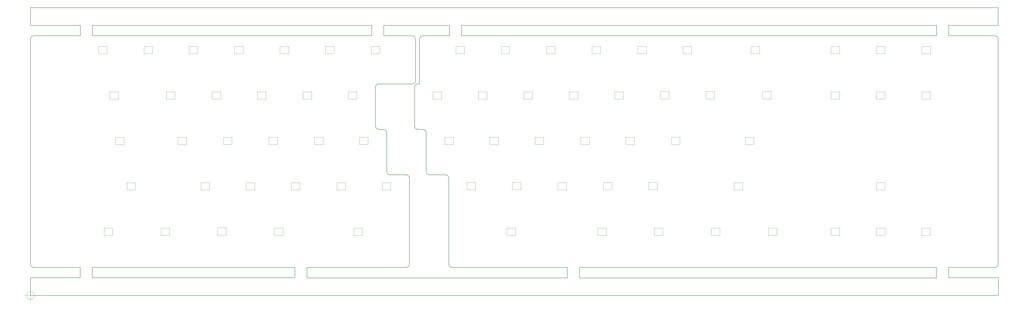
<source format=gbr>
G04 #@! TF.GenerationSoftware,KiCad,Pcbnew,(5.1.9)-1*
G04 #@! TF.CreationDate,2021-02-24T22:48:22-08:00*
G04 #@! TF.ProjectId,bakekujira,62616b65-6b75-46a6-9972-612e6b696361,1*
G04 #@! TF.SameCoordinates,Original*
G04 #@! TF.FileFunction,Profile,NP*
%FSLAX46Y46*%
G04 Gerber Fmt 4.6, Leading zero omitted, Abs format (unit mm)*
G04 Created by KiCad (PCBNEW (5.1.9)-1) date 2021-02-24 22:48:22*
%MOMM*%
%LPD*%
G01*
G04 APERTURE LIST*
G04 #@! TA.AperFunction,Profile*
%ADD10C,0.100000*%
G04 #@! TD*
G04 #@! TA.AperFunction,Profile*
%ADD11C,0.200000*%
G04 #@! TD*
G04 #@! TA.AperFunction,Profile*
%ADD12C,0.120000*%
G04 #@! TD*
G04 APERTURE END LIST*
D10*
X22748666Y-144018000D02*
G75*
G03*
X22748666Y-144018000I-1666666J0D01*
G01*
X18582000Y-144018000D02*
X23582000Y-144018000D01*
X21082000Y-141518000D02*
X21082000Y-146518000D01*
D11*
X183515000Y-55245000D02*
X184150000Y-55245000D01*
X47117000Y-30734000D02*
X47117000Y-35052000D01*
X21082000Y-30734000D02*
X21082000Y-23241000D01*
X21082000Y-30734000D02*
X42037000Y-30734000D01*
X21082000Y-23241000D02*
X426783500Y-23241000D01*
X169164000Y-30734000D02*
X196723000Y-30734000D01*
X164084000Y-35052000D02*
X164084000Y-30734000D01*
X42037000Y-35052000D02*
X42037000Y-30734000D01*
X426783500Y-23241000D02*
X426783500Y-30734000D01*
X169164000Y-30734000D02*
X169164000Y-35052000D01*
X164084000Y-30734000D02*
X47117000Y-30734000D01*
X196723000Y-35052000D02*
X196723000Y-30734000D01*
X201803000Y-30734000D02*
X201803000Y-35052000D01*
X406019000Y-30734000D02*
X406019000Y-35052000D01*
X406019000Y-30734000D02*
X426783500Y-30734000D01*
X400939000Y-30734000D02*
X201803000Y-30734000D01*
X400939000Y-35052000D02*
X400939000Y-30734000D01*
X426847000Y-136525000D02*
X405892000Y-136525000D01*
X283845000Y-136652000D02*
X251206000Y-136652000D01*
X426847000Y-144018000D02*
X21082000Y-144018000D01*
X21082000Y-144018000D02*
X21082000Y-136525000D01*
X41910000Y-136525000D02*
X21082000Y-136525000D01*
X283845000Y-136652000D02*
X400812000Y-136652000D01*
X46990000Y-136525000D02*
X131953000Y-136525000D01*
X426847000Y-136525000D02*
X426847000Y-144018000D01*
X137033000Y-136652000D02*
X246126000Y-136652000D01*
X46990000Y-132207000D02*
X46990000Y-136525000D01*
X41910000Y-136525000D02*
X41910000Y-132207000D01*
X137033000Y-132207000D02*
X137033000Y-136652000D01*
X131953000Y-136525000D02*
X131953000Y-132207000D01*
X251206000Y-132207000D02*
X251206000Y-136652000D01*
X246126000Y-136652000D02*
X246126000Y-132207000D01*
X400812000Y-136652000D02*
X400812000Y-132207000D01*
X405892000Y-132207000D02*
X405892000Y-136525000D01*
X137033000Y-132207000D02*
X178562000Y-132207000D01*
X405892000Y-132207000D02*
X425386500Y-132207000D01*
X283845000Y-132207000D02*
X251206000Y-132207000D01*
X246126000Y-132207000D02*
X197866000Y-132207000D01*
X22479000Y-132207000D02*
X41910000Y-132207000D01*
X46990000Y-132207000D02*
X131953000Y-132207000D01*
X406019000Y-35052000D02*
X425386500Y-35052000D01*
X22479000Y-35052000D02*
X42037000Y-35052000D01*
X185547000Y-35052000D02*
X196723000Y-35052000D01*
X169164000Y-35052000D02*
X181102000Y-35052000D01*
X182118000Y-56642000D02*
G75*
G02*
X183515000Y-55245000I1397000J0D01*
G01*
X183515000Y-74295000D02*
G75*
G02*
X182118000Y-72898000I0J1397000D01*
G01*
X185547000Y-74295000D02*
G75*
G02*
X186944000Y-75692000I0J-1397000D01*
G01*
X188341000Y-93345000D02*
G75*
G02*
X186944000Y-91948000I0J1397000D01*
G01*
X195072000Y-93345000D02*
G75*
G02*
X196469000Y-94742000I0J-1397000D01*
G01*
X197866000Y-132207000D02*
G75*
G02*
X196469000Y-130810000I0J1397000D01*
G01*
X179959000Y-130810000D02*
G75*
G02*
X178562000Y-132207000I-1397000J0D01*
G01*
X178562000Y-93345000D02*
G75*
G02*
X179959000Y-94742000I0J-1397000D01*
G01*
X171831000Y-93345000D02*
G75*
G02*
X170434000Y-91948000I0J1397000D01*
G01*
X169037000Y-74295000D02*
G75*
G02*
X170434000Y-75692000I0J-1397000D01*
G01*
X167132000Y-74295000D02*
G75*
G02*
X165735000Y-72898000I0J1397000D01*
G01*
X165735000Y-56642000D02*
G75*
G02*
X167132000Y-55245000I1397000J0D01*
G01*
X182499000Y-53848000D02*
G75*
G02*
X181102000Y-55245000I-1397000J0D01*
G01*
X181102000Y-35052000D02*
G75*
G02*
X182499000Y-36449000I0J-1397000D01*
G01*
X184150000Y-36449000D02*
G75*
G02*
X185547000Y-35052000I1397000J0D01*
G01*
X201803000Y-35052000D02*
X400939000Y-35052000D01*
X283845000Y-132207000D02*
X400812000Y-132207000D01*
X184150000Y-55245000D02*
X184150000Y-36449000D01*
X182118000Y-72898000D02*
X182118000Y-56642000D01*
X185547000Y-74295000D02*
X183515000Y-74295000D01*
X186944000Y-91948000D02*
X186944000Y-75692000D01*
X195072000Y-93345000D02*
X188341000Y-93345000D01*
X196469000Y-130810000D02*
X196469000Y-94742000D01*
X182499000Y-53848000D02*
X182499000Y-36449000D01*
X167132000Y-55245000D02*
X181102000Y-55245000D01*
X165735000Y-72898000D02*
X165735000Y-56642000D01*
X169037000Y-74295000D02*
X167132000Y-74295000D01*
X170434000Y-91948000D02*
X170434000Y-75692000D01*
X178562000Y-93345000D02*
X171831000Y-93345000D01*
X179959000Y-130810000D02*
X179959000Y-94742000D01*
X21082000Y-36449000D02*
G75*
G02*
X22479000Y-35052000I1397000J0D01*
G01*
X425386500Y-35052000D02*
G75*
G02*
X426783500Y-36449000I0J-1397000D01*
G01*
X426784880Y-130746500D02*
G75*
G02*
X425386500Y-132207000I-1461880J0D01*
G01*
X22479000Y-132207000D02*
G75*
G02*
X21082000Y-130810000I0J1397000D01*
G01*
X47117000Y-35052000D02*
X164084000Y-35052000D01*
X426783500Y-36449000D02*
X426784880Y-130746500D01*
X21082000Y-130810000D02*
X21082000Y-36449000D01*
D12*
X394630500Y-118771000D02*
X394630500Y-115671000D01*
X394630500Y-115671000D02*
X398230500Y-115671000D01*
X398230500Y-115671000D02*
X398230500Y-118771000D01*
X398230500Y-118771000D02*
X394630500Y-118771000D01*
X375707500Y-118771000D02*
X375707500Y-115671000D01*
X375707500Y-115671000D02*
X379307500Y-115671000D01*
X379307500Y-115671000D02*
X379307500Y-118771000D01*
X379307500Y-118771000D02*
X375707500Y-118771000D01*
X356657500Y-118771000D02*
X356657500Y-115671000D01*
X356657500Y-115671000D02*
X360257500Y-115671000D01*
X360257500Y-115671000D02*
X360257500Y-118771000D01*
X360257500Y-118771000D02*
X356657500Y-118771000D01*
X375707500Y-99721000D02*
X375707500Y-96621000D01*
X375707500Y-96621000D02*
X379307500Y-96621000D01*
X379307500Y-96621000D02*
X379307500Y-99721000D01*
X379307500Y-99721000D02*
X375707500Y-99721000D01*
X394713500Y-61621000D02*
X394713500Y-58521000D01*
X394713500Y-58521000D02*
X398313500Y-58521000D01*
X398313500Y-58521000D02*
X398313500Y-61621000D01*
X398313500Y-61621000D02*
X394713500Y-61621000D01*
X375707500Y-61621000D02*
X375707500Y-58521000D01*
X375707500Y-58521000D02*
X379307500Y-58521000D01*
X379307500Y-58521000D02*
X379307500Y-61621000D01*
X379307500Y-61621000D02*
X375707500Y-61621000D01*
X356657500Y-61621000D02*
X356657500Y-58521000D01*
X356657500Y-58521000D02*
X360257500Y-58521000D01*
X360257500Y-58521000D02*
X360257500Y-61621000D01*
X360257500Y-61621000D02*
X356657500Y-61621000D01*
X394757500Y-42571000D02*
X394757500Y-39471000D01*
X394757500Y-39471000D02*
X398357500Y-39471000D01*
X398357500Y-39471000D02*
X398357500Y-42571000D01*
X398357500Y-42571000D02*
X394757500Y-42571000D01*
X375624500Y-42506000D02*
X375624500Y-39406000D01*
X375624500Y-39406000D02*
X379224500Y-39406000D01*
X379224500Y-39406000D02*
X379224500Y-42506000D01*
X379224500Y-42506000D02*
X375624500Y-42506000D01*
X356657500Y-42571000D02*
X356657500Y-39471000D01*
X356657500Y-39471000D02*
X360257500Y-39471000D01*
X360257500Y-39471000D02*
X360257500Y-42571000D01*
X360257500Y-42571000D02*
X356657500Y-42571000D01*
X330368500Y-118771000D02*
X330368500Y-115671000D01*
X330368500Y-115671000D02*
X333968500Y-115671000D01*
X333968500Y-115671000D02*
X333968500Y-118771000D01*
X333968500Y-118771000D02*
X330368500Y-118771000D01*
X306492500Y-118771000D02*
X306492500Y-115671000D01*
X306492500Y-115671000D02*
X310092500Y-115671000D01*
X310092500Y-115671000D02*
X310092500Y-118771000D01*
X310092500Y-118771000D02*
X306492500Y-118771000D01*
X282616500Y-118771000D02*
X282616500Y-115671000D01*
X282616500Y-115671000D02*
X286216500Y-115671000D01*
X286216500Y-115671000D02*
X286216500Y-118771000D01*
X286216500Y-118771000D02*
X282616500Y-118771000D01*
X258867500Y-118771000D02*
X258867500Y-115671000D01*
X258867500Y-115671000D02*
X262467500Y-115671000D01*
X262467500Y-115671000D02*
X262467500Y-118771000D01*
X262467500Y-118771000D02*
X258867500Y-118771000D01*
X168507000Y-99721000D02*
X168507000Y-96621000D01*
X168507000Y-96621000D02*
X172107000Y-96621000D01*
X172107000Y-96621000D02*
X172107000Y-99721000D01*
X172107000Y-99721000D02*
X168507000Y-99721000D01*
X130407000Y-99721000D02*
X130407000Y-96621000D01*
X130407000Y-96621000D02*
X134007000Y-96621000D01*
X134007000Y-96621000D02*
X134007000Y-99721000D01*
X134007000Y-99721000D02*
X130407000Y-99721000D01*
X61573000Y-99721000D02*
X61573000Y-96621000D01*
X61573000Y-96621000D02*
X65173000Y-96621000D01*
X65173000Y-96621000D02*
X65173000Y-99721000D01*
X65173000Y-99721000D02*
X61573000Y-99721000D01*
X316017500Y-99721000D02*
X316017500Y-96621000D01*
X316017500Y-96621000D02*
X319617500Y-96621000D01*
X319617500Y-96621000D02*
X319617500Y-99721000D01*
X319617500Y-99721000D02*
X316017500Y-99721000D01*
X242103500Y-99721000D02*
X242103500Y-96621000D01*
X242103500Y-96621000D02*
X245703500Y-96621000D01*
X245703500Y-96621000D02*
X245703500Y-99721000D01*
X245703500Y-99721000D02*
X242103500Y-99721000D01*
X204003500Y-99594000D02*
X204003500Y-96494000D01*
X204003500Y-96494000D02*
X207603500Y-96494000D01*
X207603500Y-96494000D02*
X207603500Y-99594000D01*
X207603500Y-99594000D02*
X204003500Y-99594000D01*
X320716500Y-80671000D02*
X320716500Y-77571000D01*
X320716500Y-77571000D02*
X324316500Y-77571000D01*
X324316500Y-77571000D02*
X324316500Y-80671000D01*
X324316500Y-80671000D02*
X320716500Y-80671000D01*
X289728500Y-80671000D02*
X289728500Y-77571000D01*
X289728500Y-77571000D02*
X293328500Y-77571000D01*
X293328500Y-77571000D02*
X293328500Y-80671000D01*
X293328500Y-80671000D02*
X289728500Y-80671000D01*
X270678500Y-80671000D02*
X270678500Y-77571000D01*
X270678500Y-77571000D02*
X274278500Y-77571000D01*
X274278500Y-77571000D02*
X274278500Y-80671000D01*
X274278500Y-80671000D02*
X270678500Y-80671000D01*
X251755500Y-80671000D02*
X251755500Y-77571000D01*
X251755500Y-77571000D02*
X255355500Y-77571000D01*
X255355500Y-77571000D02*
X255355500Y-80671000D01*
X255355500Y-80671000D02*
X251755500Y-80671000D01*
X232578500Y-80671000D02*
X232578500Y-77571000D01*
X232578500Y-77571000D02*
X236178500Y-77571000D01*
X236178500Y-77571000D02*
X236178500Y-80671000D01*
X236178500Y-80671000D02*
X232578500Y-80671000D01*
X213655500Y-80671000D02*
X213655500Y-77571000D01*
X213655500Y-77571000D02*
X217255500Y-77571000D01*
X217255500Y-77571000D02*
X217255500Y-80671000D01*
X217255500Y-80671000D02*
X213655500Y-80671000D01*
X194732500Y-80671000D02*
X194732500Y-77571000D01*
X194732500Y-77571000D02*
X198332500Y-77571000D01*
X198332500Y-77571000D02*
X198332500Y-80671000D01*
X198332500Y-80671000D02*
X194732500Y-80671000D01*
X327955500Y-61494000D02*
X327955500Y-58394000D01*
X327955500Y-58394000D02*
X331555500Y-58394000D01*
X331555500Y-58394000D02*
X331555500Y-61494000D01*
X331555500Y-61494000D02*
X327955500Y-61494000D01*
X304206500Y-61494000D02*
X304206500Y-58394000D01*
X304206500Y-58394000D02*
X307806500Y-58394000D01*
X307806500Y-58394000D02*
X307806500Y-61494000D01*
X307806500Y-61494000D02*
X304206500Y-61494000D01*
X208829500Y-61621000D02*
X208829500Y-58521000D01*
X208829500Y-58521000D02*
X212429500Y-58521000D01*
X212429500Y-58521000D02*
X212429500Y-61621000D01*
X212429500Y-61621000D02*
X208829500Y-61621000D01*
X189779500Y-61621000D02*
X189779500Y-58521000D01*
X189779500Y-58521000D02*
X193379500Y-58521000D01*
X193379500Y-58521000D02*
X193379500Y-61621000D01*
X193379500Y-61621000D02*
X189779500Y-61621000D01*
X163935000Y-42571000D02*
X163935000Y-39471000D01*
X163935000Y-39471000D02*
X167535000Y-39471000D01*
X167535000Y-39471000D02*
X167535000Y-42571000D01*
X167535000Y-42571000D02*
X163935000Y-42571000D01*
X68685000Y-42571000D02*
X68685000Y-39471000D01*
X68685000Y-39471000D02*
X72285000Y-39471000D01*
X72285000Y-39471000D02*
X72285000Y-42571000D01*
X72285000Y-42571000D02*
X68685000Y-42571000D01*
X49635000Y-42571000D02*
X49635000Y-39471000D01*
X49635000Y-39471000D02*
X53235000Y-39471000D01*
X53235000Y-39471000D02*
X53235000Y-42571000D01*
X53235000Y-42571000D02*
X49635000Y-42571000D01*
X237404500Y-42571000D02*
X237404500Y-39471000D01*
X237404500Y-39471000D02*
X241004500Y-39471000D01*
X241004500Y-39471000D02*
X241004500Y-42571000D01*
X241004500Y-42571000D02*
X237404500Y-42571000D01*
X199431500Y-42571000D02*
X199431500Y-39471000D01*
X199431500Y-39471000D02*
X203031500Y-39471000D01*
X203031500Y-39471000D02*
X203031500Y-42571000D01*
X203031500Y-42571000D02*
X199431500Y-42571000D01*
X156696000Y-118771000D02*
X156696000Y-115671000D01*
X156696000Y-115671000D02*
X160296000Y-115671000D01*
X160296000Y-115671000D02*
X160296000Y-118771000D01*
X160296000Y-118771000D02*
X156696000Y-118771000D01*
X99546000Y-118644000D02*
X99546000Y-115544000D01*
X99546000Y-115544000D02*
X103146000Y-115544000D01*
X103146000Y-115544000D02*
X103146000Y-118644000D01*
X103146000Y-118644000D02*
X99546000Y-118644000D01*
X123422000Y-118771000D02*
X123422000Y-115671000D01*
X123422000Y-115671000D02*
X127022000Y-115671000D01*
X127022000Y-115671000D02*
X127022000Y-118771000D01*
X127022000Y-118771000D02*
X123422000Y-118771000D01*
X75797000Y-118771000D02*
X75797000Y-115671000D01*
X75797000Y-115671000D02*
X79397000Y-115671000D01*
X79397000Y-115671000D02*
X79397000Y-118771000D01*
X79397000Y-118771000D02*
X75797000Y-118771000D01*
X51921000Y-118771000D02*
X51921000Y-115671000D01*
X51921000Y-115671000D02*
X55521000Y-115671000D01*
X55521000Y-115671000D02*
X55521000Y-118771000D01*
X55521000Y-118771000D02*
X51921000Y-118771000D01*
X220767500Y-118771000D02*
X220767500Y-115671000D01*
X220767500Y-115671000D02*
X224367500Y-115671000D01*
X224367500Y-115671000D02*
X224367500Y-118771000D01*
X224367500Y-118771000D02*
X220767500Y-118771000D01*
X149584000Y-99721000D02*
X149584000Y-96621000D01*
X149584000Y-96621000D02*
X153184000Y-96621000D01*
X153184000Y-96621000D02*
X153184000Y-99721000D01*
X153184000Y-99721000D02*
X149584000Y-99721000D01*
X111484000Y-99721000D02*
X111484000Y-96621000D01*
X111484000Y-96621000D02*
X115084000Y-96621000D01*
X115084000Y-96621000D02*
X115084000Y-99721000D01*
X115084000Y-99721000D02*
X111484000Y-99721000D01*
X92561000Y-99721000D02*
X92561000Y-96621000D01*
X92561000Y-96621000D02*
X96161000Y-96621000D01*
X96161000Y-96621000D02*
X96161000Y-99721000D01*
X96161000Y-99721000D02*
X92561000Y-99721000D01*
X280203500Y-99594000D02*
X280203500Y-96494000D01*
X280203500Y-96494000D02*
X283803500Y-96494000D01*
X283803500Y-96494000D02*
X283803500Y-99594000D01*
X283803500Y-99594000D02*
X280203500Y-99594000D01*
X261280500Y-99594000D02*
X261280500Y-96494000D01*
X261280500Y-96494000D02*
X264880500Y-96494000D01*
X264880500Y-96494000D02*
X264880500Y-99594000D01*
X264880500Y-99594000D02*
X261280500Y-99594000D01*
X223053500Y-99594000D02*
X223053500Y-96494000D01*
X223053500Y-96494000D02*
X226653500Y-96494000D01*
X226653500Y-96494000D02*
X226653500Y-99594000D01*
X226653500Y-99594000D02*
X223053500Y-99594000D01*
X158982000Y-80671000D02*
X158982000Y-77571000D01*
X158982000Y-77571000D02*
X162582000Y-77571000D01*
X162582000Y-77571000D02*
X162582000Y-80671000D01*
X162582000Y-80671000D02*
X158982000Y-80671000D01*
X140186000Y-80671000D02*
X140186000Y-77571000D01*
X140186000Y-77571000D02*
X143786000Y-77571000D01*
X143786000Y-77571000D02*
X143786000Y-80671000D01*
X143786000Y-80671000D02*
X140186000Y-80671000D01*
X121009000Y-80671000D02*
X121009000Y-77571000D01*
X121009000Y-77571000D02*
X124609000Y-77571000D01*
X124609000Y-77571000D02*
X124609000Y-80671000D01*
X124609000Y-80671000D02*
X121009000Y-80671000D01*
X101959000Y-80671000D02*
X101959000Y-77571000D01*
X101959000Y-77571000D02*
X105559000Y-77571000D01*
X105559000Y-77571000D02*
X105559000Y-80671000D01*
X105559000Y-80671000D02*
X101959000Y-80671000D01*
X82909000Y-80671000D02*
X82909000Y-77571000D01*
X82909000Y-77571000D02*
X86509000Y-77571000D01*
X86509000Y-77571000D02*
X86509000Y-80671000D01*
X86509000Y-80671000D02*
X82909000Y-80671000D01*
X56747000Y-80671000D02*
X56747000Y-77571000D01*
X56747000Y-77571000D02*
X60347000Y-77571000D01*
X60347000Y-77571000D02*
X60347000Y-80671000D01*
X60347000Y-80671000D02*
X56747000Y-80671000D01*
X154283000Y-61621000D02*
X154283000Y-58521000D01*
X154283000Y-58521000D02*
X157883000Y-58521000D01*
X157883000Y-58521000D02*
X157883000Y-61621000D01*
X157883000Y-61621000D02*
X154283000Y-61621000D01*
X135360000Y-61621000D02*
X135360000Y-58521000D01*
X135360000Y-58521000D02*
X138960000Y-58521000D01*
X138960000Y-58521000D02*
X138960000Y-61621000D01*
X138960000Y-61621000D02*
X135360000Y-61621000D01*
X116183000Y-61621000D02*
X116183000Y-58521000D01*
X116183000Y-58521000D02*
X119783000Y-58521000D01*
X119783000Y-58521000D02*
X119783000Y-61621000D01*
X119783000Y-61621000D02*
X116183000Y-61621000D01*
X97260000Y-61621000D02*
X97260000Y-58521000D01*
X97260000Y-58521000D02*
X100860000Y-58521000D01*
X100860000Y-58521000D02*
X100860000Y-61621000D01*
X100860000Y-61621000D02*
X97260000Y-61621000D01*
X78083000Y-61621000D02*
X78083000Y-58521000D01*
X78083000Y-58521000D02*
X81683000Y-58521000D01*
X81683000Y-58521000D02*
X81683000Y-61621000D01*
X81683000Y-61621000D02*
X78083000Y-61621000D01*
X54334000Y-61621000D02*
X54334000Y-58521000D01*
X54334000Y-58521000D02*
X57934000Y-58521000D01*
X57934000Y-58521000D02*
X57934000Y-61621000D01*
X57934000Y-61621000D02*
X54334000Y-61621000D01*
X285156500Y-61494000D02*
X285156500Y-58394000D01*
X285156500Y-58394000D02*
X288756500Y-58394000D01*
X288756500Y-58394000D02*
X288756500Y-61494000D01*
X288756500Y-61494000D02*
X285156500Y-61494000D01*
X265979500Y-61621000D02*
X265979500Y-58521000D01*
X265979500Y-58521000D02*
X269579500Y-58521000D01*
X269579500Y-58521000D02*
X269579500Y-61621000D01*
X269579500Y-61621000D02*
X265979500Y-61621000D01*
X246929500Y-61621000D02*
X246929500Y-58521000D01*
X246929500Y-58521000D02*
X250529500Y-58521000D01*
X250529500Y-58521000D02*
X250529500Y-61621000D01*
X250529500Y-61621000D02*
X246929500Y-61621000D01*
X227879500Y-61621000D02*
X227879500Y-58521000D01*
X227879500Y-58521000D02*
X231479500Y-58521000D01*
X231479500Y-58521000D02*
X231479500Y-61621000D01*
X231479500Y-61621000D02*
X227879500Y-61621000D01*
X144758000Y-42571000D02*
X144758000Y-39471000D01*
X144758000Y-39471000D02*
X148358000Y-39471000D01*
X148358000Y-39471000D02*
X148358000Y-42571000D01*
X148358000Y-42571000D02*
X144758000Y-42571000D01*
X125708000Y-42571000D02*
X125708000Y-39471000D01*
X125708000Y-39471000D02*
X129308000Y-39471000D01*
X129308000Y-39471000D02*
X129308000Y-42571000D01*
X129308000Y-42571000D02*
X125708000Y-42571000D01*
X106658000Y-42571000D02*
X106658000Y-39471000D01*
X106658000Y-39471000D02*
X110258000Y-39471000D01*
X110258000Y-39471000D02*
X110258000Y-42571000D01*
X110258000Y-42571000D02*
X106658000Y-42571000D01*
X87608000Y-42571000D02*
X87608000Y-39471000D01*
X87608000Y-39471000D02*
X91208000Y-39471000D01*
X91208000Y-39471000D02*
X91208000Y-42571000D01*
X91208000Y-42571000D02*
X87608000Y-42571000D01*
X323129500Y-42571000D02*
X323129500Y-39471000D01*
X323129500Y-39471000D02*
X326729500Y-39471000D01*
X326729500Y-39471000D02*
X326729500Y-42571000D01*
X326729500Y-42571000D02*
X323129500Y-42571000D01*
X294554500Y-42571000D02*
X294554500Y-39471000D01*
X294554500Y-39471000D02*
X298154500Y-39471000D01*
X298154500Y-39471000D02*
X298154500Y-42571000D01*
X298154500Y-42571000D02*
X294554500Y-42571000D01*
X275631500Y-42571000D02*
X275631500Y-39471000D01*
X275631500Y-39471000D02*
X279231500Y-39471000D01*
X279231500Y-39471000D02*
X279231500Y-42571000D01*
X279231500Y-42571000D02*
X275631500Y-42571000D01*
X256454500Y-42571000D02*
X256454500Y-39471000D01*
X256454500Y-39471000D02*
X260054500Y-39471000D01*
X260054500Y-39471000D02*
X260054500Y-42571000D01*
X260054500Y-42571000D02*
X256454500Y-42571000D01*
X218354500Y-42571000D02*
X218354500Y-39471000D01*
X218354500Y-39471000D02*
X221954500Y-39471000D01*
X221954500Y-39471000D02*
X221954500Y-42571000D01*
X221954500Y-42571000D02*
X218354500Y-42571000D01*
M02*

</source>
